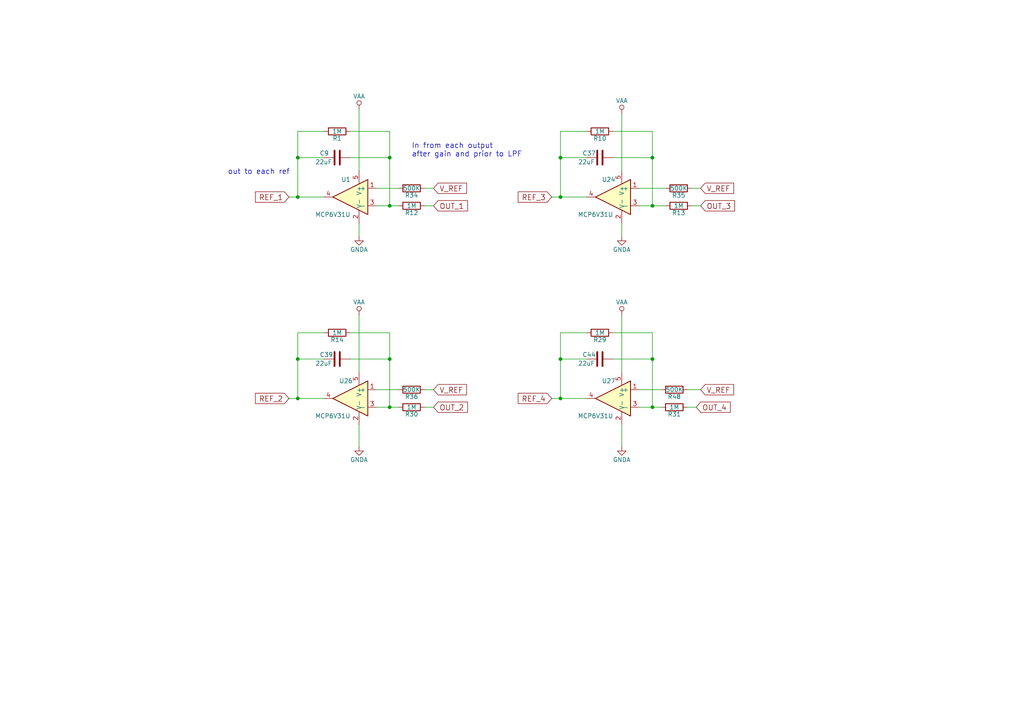
<source format=kicad_sch>
(kicad_sch (version 20230121) (generator eeschema)
  (paper "A4")
  (title_block (title "Ganglion Input Voltage References") (date "2018-1-8") (rev "1.0.1") (company "OpenBCI"))
  (lib_symbols
    (symbol "Ganglion_01-rescue:C" (pin_numbers hide) (pin_names (offset 0.254))
      (property "Reference" "C" (at 0.635 2.54 0))
      (property "Value" "C" (at 0.635 -2.54 0))
      (symbol "C_0_1"
        (polyline (pts (xy -2.032 -0.762) (xy 2.032 -0.762)) (stroke (width 0.508)))
        (polyline (pts (xy -2.032 0.762) (xy 2.032 0.762)) (stroke (width 0.508)))
      )
      (symbol "C_1_1"
        (pin passive line (at 0 3.81 270) (length 2.794) (name "~") (number "1"))
        (pin passive line (at 0 -3.81 90) (length 2.794) (name "~") (number "2"))
      )
    )
    (symbol "Ganglion_01-rescue:GNDA" (power) (pin_names (offset 0))
      (property "Value" "GNDA" (at 0 -3.81 0))
      (symbol "GNDA_0_1"
        (polyline (pts (xy 0 0) (xy 0 -1.27) (xy 1.27 -1.27) (xy 0 -2.54) (xy -1.27 -1.27) (xy 0 -1.27)))
      )
      (symbol "GNDA_1_1"
        (pin power_in line (at 0 0 270) (length 0) hide (name "GNDA") (number "1"))
      )
    )
    (symbol "Ganglion_01-rescue:R" (pin_numbers hide) (pin_names (offset 0))
      (property "Reference" "R" (at 2.032 0 90))
      (property "Value" "R" (at 0 0 90))
      (symbol "R_0_1"
        (rectangle (start -1.016 -2.54) (end 1.016 2.54) (stroke (width 0.254)))
      )
      (symbol "R_1_1"
        (pin passive line (at 0 3.81 270) (length 1.27) (name "~") (number "1"))
        (pin passive line (at 0 -3.81 90) (length 1.27) (name "~") (number "2"))
      )
    )
    (symbol "Ganglion_01-rescue:VAA" (power) (pin_names (offset 0))
      (property "Value" "VAA" (at 0 3.81 0))
      (symbol "VAA_0_1"
        (polyline (pts (xy 0 0) (xy 0 1.27)))
        (circle (center 0 1.905) (radius 0.635))
      )
      (symbol "VAA_1_1"
        (pin power_in line (at 0 0 90) (length 0) hide (name "VAA") (number "1"))
      )
    )
    (symbol "OpenBCI:MCP6V31U"
      (property "Reference" "U" (at 1.27 5.08 0))
      (property "Value" "MCP6V31U" (at 5.08 -5.08 0))
      (property "Datasheet" "http://ww1.microchip.com/downloads/en/DeviceDoc/21733j.pdf" (at 1.27 5.08 0))
      (symbol "MCP6V31U_0_1"
        (polyline (pts (xy -5.08 5.08) (xy 5.08 0) (xy -5.08 -5.08) (xy -5.08 5.08)) (stroke (width 0.254)) (fill (type background)))
      )
      (symbol "MCP6V31U_1_1"
        (pin input line (at -7.62 2.54 0) (length 2.54) (name "+") (number "1"))
        (pin input line (at -2.54 -7.62 90) (length 3.81) (name "V-") (number "2"))
        (pin input line (at -7.62 -2.54 0) (length 2.54) (name "-") (number "3"))
        (pin output line (at 7.62 0 180) (length 2.54) (name "~") (number "4"))
        (pin input line (at -2.54 7.62 270) (length 3.81) (name "V+") (number "5"))
      )
    )
  )
  (junction (at 189.23 104.14))
  (junction (at 86.36 104.14))
  (junction (at 86.36 115.57))
  (junction (at 86.36 45.72))
  (junction (at 113.03 45.72))
  (junction (at 162.56 57.15))
  (junction (at 113.03 59.69))
  (junction (at 113.03 118.11))
  (junction (at 113.03 104.14))
  (junction (at 162.56 115.57))
  (junction (at 189.23 59.69))
  (junction (at 86.36 57.15))
  (junction (at 189.23 118.11))
  (junction (at 162.56 104.14))
  (junction (at 162.56 45.72))
  (junction (at 189.23 45.72))
  (wire (pts (xy 170.18 38.1) (xy 162.56 38.1)))
  (wire (pts (xy 170.18 96.52) (xy 162.56 96.52)))
  (wire (pts (xy 86.36 57.15) (xy 93.98 57.15)))
  (wire (pts (xy 162.56 104.14) (xy 162.56 115.57)))
  (wire (pts (xy 83.82 57.15) (xy 86.36 57.15)))
  (wire (pts (xy 86.36 115.57) (xy 93.98 115.57)))
  (wire (pts (xy 201.93 118.11) (xy 199.39 118.11)))
  (wire (pts (xy 177.8 45.72) (xy 189.23 45.72)))
  (wire (pts (xy 162.56 38.1) (xy 162.56 45.72)))
  (wire (pts (xy 109.22 59.69) (xy 113.03 59.69)))
  (wire (pts (xy 93.98 96.52) (xy 86.36 96.52)))
  (wire (pts (xy 86.36 38.1) (xy 86.36 45.72)))
  (wire (pts (xy 101.6 38.1) (xy 113.03 38.1)))
  (wire (pts (xy 86.36 104.14) (xy 86.36 115.57)))
  (wire (pts (xy 113.03 104.14) (xy 113.03 118.11)))
  (wire (pts (xy 93.98 45.72) (xy 86.36 45.72)))
  (wire (pts (xy 185.42 54.61) (xy 193.04 54.61)))
  (wire (pts (xy 199.39 113.03) (xy 203.2 113.03)))
  (wire (pts (xy 86.36 96.52) (xy 86.36 104.14)))
  (wire (pts (xy 180.34 129.54) (xy 180.34 123.19)))
  (wire (pts (xy 180.34 49.53) (xy 180.34 33.02)))
  (wire (pts (xy 177.8 104.14) (xy 189.23 104.14)))
  (wire (pts (xy 200.66 54.61) (xy 203.2 54.61)))
  (wire (pts (xy 177.8 38.1) (xy 189.23 38.1)))
  (wire (pts (xy 125.73 59.69) (xy 123.19 59.69)))
  (wire (pts (xy 123.19 54.61) (xy 125.73 54.61)))
  (wire (pts (xy 177.8 96.52) (xy 189.23 96.52)))
  (wire (pts (xy 104.14 64.77) (xy 104.14 68.58)))
  (wire (pts (xy 185.42 118.11) (xy 189.23 118.11)))
  (wire (pts (xy 185.42 59.69) (xy 189.23 59.69)))
  (wire (pts (xy 180.34 107.95) (xy 180.34 91.44)))
  (wire (pts (xy 109.22 113.03) (xy 115.57 113.03)))
  (wire (pts (xy 83.82 115.57) (xy 86.36 115.57)))
  (wire (pts (xy 170.18 45.72) (xy 162.56 45.72)))
  (wire (pts (xy 104.14 107.95) (xy 104.14 91.44)))
  (wire (pts (xy 101.6 104.14) (xy 113.03 104.14)))
  (wire (pts (xy 162.56 45.72) (xy 162.56 57.15)))
  (wire (pts (xy 160.02 115.57) (xy 162.56 115.57)))
  (wire (pts (xy 189.23 45.72) (xy 189.23 59.69)))
  (wire (pts (xy 93.98 104.14) (xy 86.36 104.14)))
  (wire (pts (xy 170.18 104.14) (xy 162.56 104.14)))
  (wire (pts (xy 113.03 38.1) (xy 113.03 45.72)))
  (wire (pts (xy 104.14 49.53) (xy 104.14 31.75)))
  (wire (pts (xy 203.2 59.69) (xy 200.66 59.69)))
  (wire (pts (xy 162.56 115.57) (xy 170.18 115.57)))
  (wire (pts (xy 125.73 118.11) (xy 123.19 118.11)))
  (wire (pts (xy 104.14 129.54) (xy 104.14 123.19)))
  (wire (pts (xy 113.03 118.11) (xy 115.57 118.11)))
  (wire (pts (xy 109.22 118.11) (xy 113.03 118.11)))
  (wire (pts (xy 101.6 96.52) (xy 113.03 96.52)))
  (wire (pts (xy 180.34 64.77) (xy 180.34 68.58)))
  (wire (pts (xy 160.02 57.15) (xy 162.56 57.15)))
  (wire (pts (xy 125.73 113.03) (xy 123.19 113.03)))
  (wire (pts (xy 109.22 54.61) (xy 115.57 54.61)))
  (wire (pts (xy 189.23 59.69) (xy 193.04 59.69)))
  (wire (pts (xy 93.98 38.1) (xy 86.36 38.1)))
  (wire (pts (xy 189.23 38.1) (xy 189.23 45.72)))
  (wire (pts (xy 185.42 113.03) (xy 191.77 113.03)))
  (wire (pts (xy 113.03 96.52) (xy 113.03 104.14)))
  (wire (pts (xy 189.23 118.11) (xy 191.77 118.11)))
  (wire (pts (xy 162.56 57.15) (xy 170.18 57.15)))
  (wire (pts (xy 86.36 45.72) (xy 86.36 57.15)))
  (wire (pts (xy 189.23 104.14) (xy 189.23 118.11)))
  (wire (pts (xy 113.03 45.72) (xy 113.03 59.69)))
  (wire (pts (xy 189.23 96.52) (xy 189.23 104.14)))
  (wire (pts (xy 113.03 45.72) (xy 101.6 45.72)))
  (wire (pts (xy 113.03 59.69) (xy 115.57 59.69)))
  (wire (pts (xy 162.56 96.52) (xy 162.56 104.14)))
  (text "In from each output \nafter gain and prior to LPF" (at 119.38 45.72 0) (effects (font (size 1.524 1.524)) (justify left bottom)))
  (text "out to each ref" (at 66.04 50.8 0) (effects (font (size 1.524 1.524)) (justify left bottom)))
  (global_label "V_REF" (shape input) (at 203.2 54.61 0) (effects (font (size 1.524 1.524))) (property "Intersheetrefs" "${INTERSHEET_REFS}" (effects hide)))
  (global_label "V_REF" (shape input) (at 125.73 113.03 0) (effects (font (size 1.524 1.524))) (property "Intersheetrefs" "${INTERSHEET_REFS}" (effects hide)))
  (global_label "V_REF" (shape input) (at 203.2 113.03 0) (effects (font (size 1.524 1.524))) (property "Intersheetrefs" "${INTERSHEET_REFS}" (effects hide)))
  (global_label "OUT_2" (shape input) (at 125.73 118.11 0) (effects (font (size 1.524 1.524))) (property "Intersheetrefs" "${INTERSHEET_REFS}" (effects hide)))
  (global_label "REF_3" (shape input) (at 160.02 57.15 180) (effects (font (size 1.524 1.524))) (property "Intersheetrefs" "${INTERSHEET_REFS}" (effects hide)))
  (global_label "OUT_1" (shape input) (at 125.73 59.69 0) (effects (font (size 1.524 1.524))) (property "Intersheetrefs" "${INTERSHEET_REFS}" (effects hide)))
  (global_label "REF_2" (shape input) (at 83.82 115.57 180) (effects (font (size 1.524 1.524))) (property "Intersheetrefs" "${INTERSHEET_REFS}" (effects hide)))
  (global_label "OUT_4" (shape input) (at 201.93 118.11 0) (effects (font (size 1.524 1.524))) (property "Intersheetrefs" "${INTERSHEET_REFS}" (effects hide)))
  (global_label "REF_4" (shape input) (at 160.02 115.57 180) (effects (font (size 1.524 1.524))) (property "Intersheetrefs" "${INTERSHEET_REFS}" (effects hide)))
  (global_label "OUT_3" (shape input) (at 203.2 59.69 0) (effects (font (size 1.524 1.524))) (property "Intersheetrefs" "${INTERSHEET_REFS}" (effects hide)))
  (global_label "V_REF" (shape input) (at 125.73 54.61 0) (effects (font (size 1.524 1.524))) (property "Intersheetrefs" "${INTERSHEET_REFS}" (effects hide)))
  (global_label "REF_1" (shape input) (at 83.82 57.15 180) (effects (font (size 1.524 1.524))) (property "Intersheetrefs" "${INTERSHEET_REFS}" (effects hide)))
  (symbol (lib_id "Ganglion_01-rescue:C") (at 97.79 45.72 270) (unit 1)
    (property "Reference" "C9" (at 92.71 44.45 90) (effects (justify left)))
    (property "Value" "22uF" (at 91.44 46.99 90) (effects (justify left)))
    (property "Footprint" "Capacitors_SMD:C_0603" (effects hide))
  )
  (symbol (lib_id "Ganglion_01-rescue:R") (at 97.79 38.1 270) (unit 1)
    (property "Reference" "R1" (at 97.79 40.132 90))
    (property "Value" "1M" (at 97.79 38.1 90))
    (property "Footprint" "Resistor_SMD:R_0805_2012Metric_Pad1.20x1.40mm_HandSolder" (effects hide))
  )
  (symbol (lib_id "Ganglion_01-rescue:R") (at 119.38 59.69 270) (unit 1)
    (property "Reference" "R12" (at 119.38 61.722 90))
    (property "Value" "1M" (at 119.38 59.69 90))
    (property "Footprint" "Resistor_SMD:R_0805_2012Metric_Pad1.20x1.40mm_HandSolder" (effects hide))
  )
  (symbol (lib_id "Ganglion_01-rescue:GNDA") (at 104.14 68.58 0) (unit 1)
    (property "Reference" "#PWR065" (effects hide))
    (property "Value" "GNDA" (at 104.14 72.39 0))
  )
  (symbol (lib_id "Ganglion_01-rescue:VAA") (at 104.14 31.75 0) (unit 1)
    (property "Reference" "#PWR066" (effects hide))
    (property "Value" "VAA" (at 104.14 27.94 0))
  )
  (symbol (lib_id "Ganglion_01-rescue:C") (at 173.99 45.72 270) (unit 1)
    (property "Reference" "C37" (at 168.91 44.45 90) (effects (justify left)))
    (property "Value" "22uF" (at 167.64 46.99 90) (effects (justify left)))
    (property "Footprint" "Capacitors_SMD:C_0603" (effects hide))
  )
  (symbol (lib_id "Ganglion_01-rescue:R") (at 173.99 38.1 270) (unit 1)
    (property "Reference" "R10" (at 173.99 40.132 90))
    (property "Value" "1M" (at 173.99 38.1 90))
    (property "Footprint" "Resistor_SMD:R_0805_2012Metric_Pad1.20x1.40mm_HandSolder" (effects hide))
  )
  (symbol (lib_id "Ganglion_01-rescue:R") (at 196.85 59.69 270) (unit 1)
    (property "Reference" "R13" (at 196.85 61.722 90))
    (property "Value" "1M" (at 196.85 59.69 90))
    (property "Footprint" "Resistor_SMD:R_0805_2012Metric_Pad1.20x1.40mm_HandSolder" (effects hide))
  )
  (symbol (lib_id "Ganglion_01-rescue:GNDA") (at 180.34 68.58 0) (unit 1)
    (property "Reference" "#PWR067" (effects hide))
    (property "Value" "GNDA" (at 180.34 72.39 0))
  )
  (symbol (lib_id "Ganglion_01-rescue:VAA") (at 180.34 33.02 0) (unit 1)
    (property "Reference" "#PWR068" (effects hide))
    (property "Value" "VAA" (at 180.34 29.21 0))
  )
  (symbol (lib_id "Ganglion_01-rescue:C") (at 97.79 104.14 270) (unit 1)
    (property "Reference" "C39" (at 92.71 102.87 90) (effects (justify left)))
    (property "Value" "22uF" (at 91.44 105.41 90) (effects (justify left)))
    (property "Footprint" "Capacitors_SMD:C_0603" (effects hide))
  )
  (symbol (lib_id "Ganglion_01-rescue:R") (at 97.79 96.52 270) (unit 1)
    (property "Reference" "R14" (at 97.79 98.552 90))
    (property "Value" "1M" (at 97.79 96.52 90))
    (property "Footprint" "Resistor_SMD:R_0805_2012Metric_Pad1.20x1.40mm_HandSolder" (effects hide))
  )
  (symbol (lib_id "Ganglion_01-rescue:R") (at 119.38 118.11 270) (unit 1)
    (property "Reference" "R30" (at 119.38 120.142 90))
    (property "Value" "1M" (at 119.38 118.11 90))
    (property "Footprint" "Resistor_SMD:R_0805_2012Metric_Pad1.20x1.40mm_HandSolder" (effects hide))
  )
  (symbol (lib_id "Ganglion_01-rescue:R") (at 195.58 118.11 270) (unit 1)
    (property "Reference" "R31" (at 195.58 120.142 90))
    (property "Value" "1M" (at 195.58 118.11 90))
    (property "Footprint" "Resistor_SMD:R_0805_2012Metric_Pad1.20x1.40mm_HandSolder" (effects hide))
  )
  (symbol (lib_id "Ganglion_01-rescue:C") (at 173.99 104.14 270) (unit 1)
    (property "Reference" "C44" (at 168.91 102.87 90) (effects (justify left)))
    (property "Value" "22uF" (at 167.64 105.41 90) (effects (justify left)))
    (property "Footprint" "Capacitors_SMD:C_0603" (effects hide))
  )
  (symbol (lib_id "Ganglion_01-rescue:R") (at 173.99 96.52 270) (unit 1)
    (property "Reference" "R29" (at 173.99 98.552 90))
    (property "Value" "1M" (at 173.99 96.52 90))
    (property "Footprint" "Resistor_SMD:R_0805_2012Metric_Pad1.20x1.40mm_HandSolder" (effects hide))
  )
  (symbol (lib_id "Ganglion_01-rescue:GNDA") (at 104.14 129.54 0) (unit 1)
    (property "Reference" "#PWR069" (effects hide))
    (property "Value" "GNDA" (at 104.14 133.35 0))
  )
  (symbol (lib_id "Ganglion_01-rescue:GNDA") (at 180.34 129.54 0) (unit 1)
    (property "Reference" "#PWR070" (effects hide))
    (property "Value" "GNDA" (at 180.34 133.35 0))
  )
  (symbol (lib_id "Ganglion_01-rescue:VAA") (at 180.34 91.44 0) (unit 1)
    (property "Reference" "#PWR071" (effects hide))
    (property "Value" "VAA" (at 180.34 87.63 0))
  )
  (symbol (lib_id "Ganglion_01-rescue:VAA") (at 104.14 91.44 0) (unit 1)
    (property "Reference" "#PWR072" (effects hide))
    (property "Value" "VAA" (at 104.14 87.63 0))
  )
  (symbol (lib_id "OpenBCI:MCP6V31U") (at 101.6 57.15 0) (mirror y) (unit 1)
    (property "Reference" "U1" (at 100.33 52.07 0))
    (property "Value" "MCP6V31U" (at 96.52 62.23 0))
    (property "Footprint" "TO_SOT_Packages_SMD:SC-70-5" (effects hide))
  )
  (symbol (lib_id "OpenBCI:MCP6V31U") (at 177.8 57.15 0) (mirror y) (unit 1)
    (property "Reference" "U24" (at 176.53 52.07 0))
    (property "Value" "MCP6V31U" (at 172.72 62.23 0))
    (property "Footprint" "TO_SOT_Packages_SMD:SC-70-5" (effects hide))
  )
  (symbol (lib_id "Ganglion_01-rescue:R") (at 119.38 54.61 270) (unit 1)
    (property "Reference" "R34" (at 119.38 56.642 90))
    (property "Value" "500K" (at 119.38 54.61 90))
    (property "Footprint" "Resistor_SMD:R_0805_2012Metric_Pad1.20x1.40mm_HandSolder" (effects hide))
  )
  (symbol (lib_id "Ganglion_01-rescue:R") (at 196.85 54.61 270) (unit 1)
    (property "Reference" "R35" (at 196.85 56.642 90))
    (property "Value" "500K" (at 196.85 54.61 90))
    (property "Footprint" "Resistor_SMD:R_0805_2012Metric_Pad1.20x1.40mm_HandSolder" (effects hide))
  )
  (symbol (lib_id "Ganglion_01-rescue:R") (at 195.58 113.03 270) (unit 1)
    (property "Reference" "R48" (at 195.58 115.062 90))
    (property "Value" "500K" (at 195.58 113.03 90))
    (property "Footprint" "Capacitors_SMD:C_0603" (effects hide))
  )
  (symbol (lib_id "Ganglion_01-rescue:R") (at 119.38 113.03 270) (unit 1)
    (property "Reference" "R36" (at 119.38 115.062 90))
    (property "Value" "500K" (at 119.38 113.03 90))
    (property "Footprint" "Resistor_SMD:R_0805_2012Metric_Pad1.20x1.40mm_HandSolder" (effects hide))
  )
  (symbol (lib_id "OpenBCI:MCP6V31U") (at 101.6 115.57 0) (mirror y) (unit 1)
    (property "Reference" "U26" (at 100.33 110.49 0))
    (property "Value" "MCP6V31U" (at 96.52 120.65 0))
    (property "Footprint" "TO_SOT_Packages_SMD:SC-70-5" (effects hide))
  )
  (symbol (lib_id "OpenBCI:MCP6V31U") (at 177.8 115.57 0) (mirror y) (unit 1)
    (property "Reference" "U27" (at 176.53 110.49 0))
    (property "Value" "MCP6V31U" (at 172.72 120.65 0))
    (property "Footprint" "TO_SOT_Packages_SMD:SC-70-5" (effects hide))
  )
)
</source>
